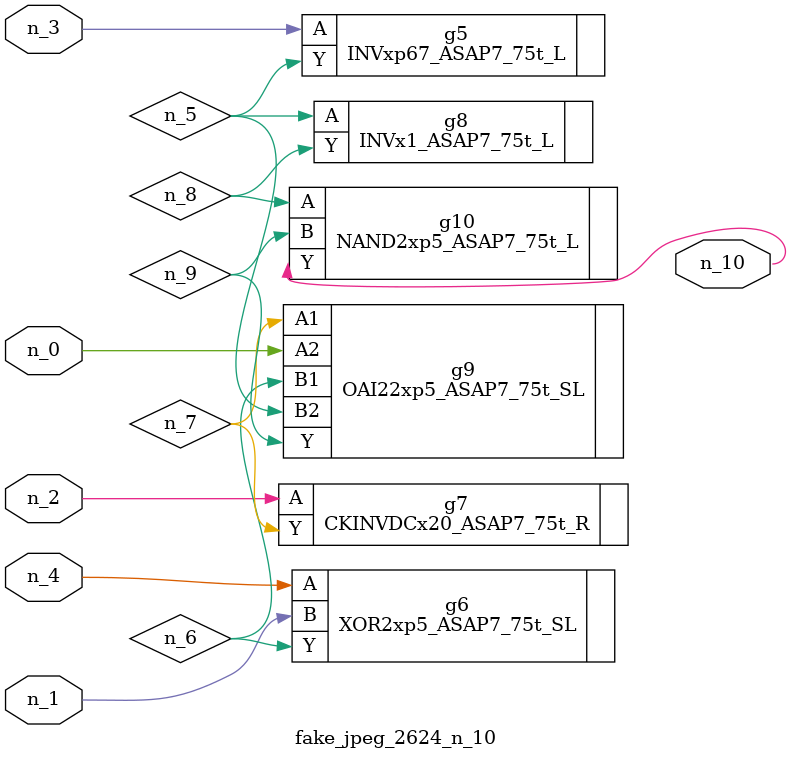
<source format=v>
module fake_jpeg_2624_n_10 (n_3, n_2, n_1, n_0, n_4, n_10);

input n_3;
input n_2;
input n_1;
input n_0;
input n_4;

output n_10;

wire n_8;
wire n_9;
wire n_6;
wire n_5;
wire n_7;

INVxp67_ASAP7_75t_L g5 ( 
.A(n_3),
.Y(n_5)
);

XOR2xp5_ASAP7_75t_SL g6 ( 
.A(n_4),
.B(n_1),
.Y(n_6)
);

CKINVDCx20_ASAP7_75t_R g7 ( 
.A(n_2),
.Y(n_7)
);

INVx1_ASAP7_75t_L g8 ( 
.A(n_5),
.Y(n_8)
);

NAND2xp5_ASAP7_75t_L g10 ( 
.A(n_8),
.B(n_9),
.Y(n_10)
);

OAI22xp5_ASAP7_75t_SL g9 ( 
.A1(n_7),
.A2(n_0),
.B1(n_6),
.B2(n_5),
.Y(n_9)
);


endmodule
</source>
